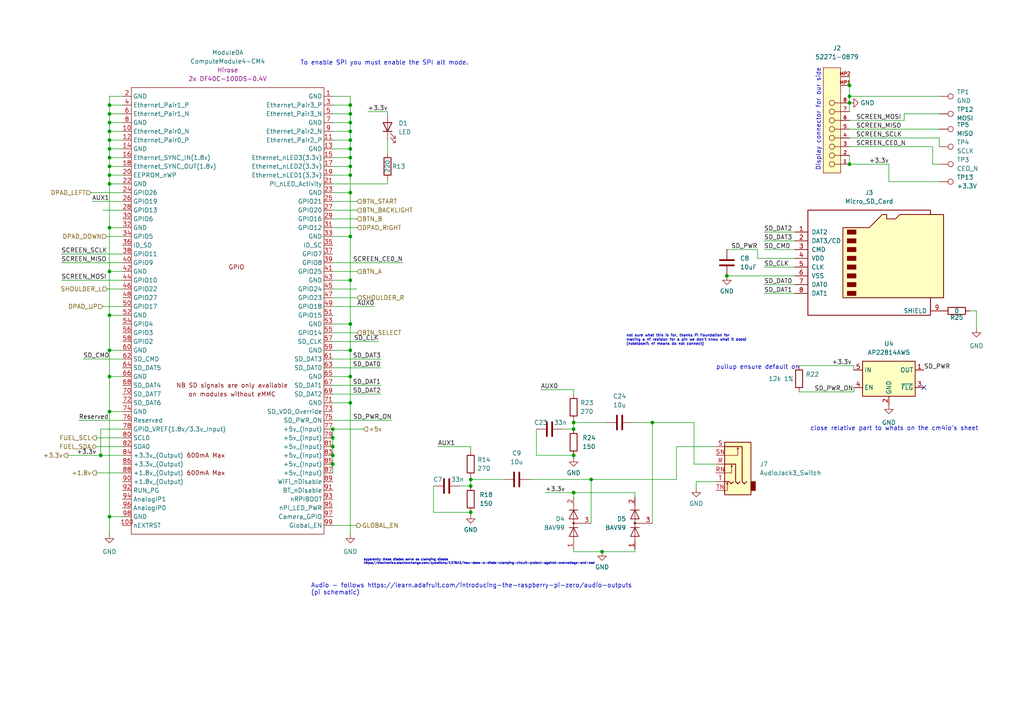
<source format=kicad_sch>
(kicad_sch (version 20210621) (generator eeschema)
  (paper "A4")
  (title_block (title "CM4 GPIO") (rev "indev"))
  (lib_symbols
    (symbol "CM4IO:ComputeModule4-CM4"
      (property "Reference" "Module" (at 113.03 -68.58 0))
      (property "Value" "ComputeModule4-CM4" (at 140.97 2.54 0))
      (property "Field4" "Hirose" (at 0 0 0))
      (property "Field5" "2x DF40C-100DS-0.4V" (at 0 -2.54 0))
      (symbol "ComputeModule4-CM4_1_0"
        (text "GPIO" (at 0 6.35 0) (effects (font (size 1.27 1.27))))
      )
      (symbol "ComputeModule4-CM4_1_1"
        (text "600mA Max" (at -8.89 -53.34 0) (effects (font (size 1.27 1.27))))
        (text "600mA Max" (at -8.89 -48.26 0) (effects (font (size 1.27 1.27))))
        (text "NB SD signals are only available" (at -1.27 -27.94 0) (effects (font (size 1.27 1.27))))
        (text "on modules without eMMC" (at -1.27 -30.48 0) (effects (font (size 1.27 1.27))))
        (rectangle (start -30.48 -71.12) (end 25.4 58.42))
        (pin power_in line (at 27.94 55.88 180) (length 2.54) (name "GND") (number "1"))
        (pin passive line (at -33.02 45.72 0) (length 2.54) (name "Ethernet_Pair0_N") (number "10"))
        (pin output line (at -33.02 -68.58 0) (length 2.54) (name "nEXTRST") (number "100"))
        (pin passive line (at 27.94 43.18 180) (length 2.54) (name "Ethernet_Pair2_P") (number "11"))
        (pin passive line (at -33.02 43.18 0) (length 2.54) (name "Ethernet_Pair0_P") (number "12"))
        (pin power_in line (at 27.94 40.64 180) (length 2.54) (name "GND") (number "13"))
        (pin power_in line (at -33.02 40.64 0) (length 2.54) (name "GND") (number "14"))
        (pin output line (at 27.94 38.1 180) (length 2.54) (name "Ethernet_nLED3(3.3v)") (number "15"))
        (pin input line (at -33.02 38.1 0) (length 2.54) (name "Ethernet_SYNC_IN(1.8v)") (number "16"))
        (pin output line (at 27.94 35.56 180) (length 2.54) (name "Ethernet_nLED2(3.3v)") (number "17"))
        (pin input line (at -33.02 35.56 0) (length 2.54) (name "Ethernet_SYNC_OUT(1.8v)") (number "18"))
        (pin output line (at 27.94 33.02 180) (length 2.54) (name "Ethernet_nLED1(3.3v)") (number "19"))
        (pin power_in line (at -33.02 55.88 0) (length 2.54) (name "GND") (number "2"))
        (pin passive line (at -33.02 33.02 0) (length 2.54) (name "EEPROM_nWP") (number "20"))
        (pin open_collector line (at 27.94 30.48 180) (length 2.54) (name "PI_nLED_Activity") (number "21"))
        (pin power_in line (at -33.02 30.48 0) (length 2.54) (name "GND") (number "22"))
        (pin power_in line (at 27.94 27.94 180) (length 2.54) (name "GND") (number "23"))
        (pin passive line (at -33.02 27.94 0) (length 2.54) (name "GPIO26") (number "24"))
        (pin passive line (at 27.94 25.4 180) (length 2.54) (name "GPIO21") (number "25"))
        (pin passive line (at -33.02 25.4 0) (length 2.54) (name "GPIO19") (number "26"))
        (pin passive line (at 27.94 22.86 180) (length 2.54) (name "GPIO20") (number "27"))
        (pin passive line (at -33.02 22.86 0) (length 2.54) (name "GPIO13") (number "28"))
        (pin passive line (at 27.94 20.32 180) (length 2.54) (name "GPIO16") (number "29"))
        (pin passive line (at 27.94 53.34 180) (length 2.54) (name "Ethernet_Pair3_P") (number "3"))
        (pin passive line (at -33.02 20.32 0) (length 2.54) (name "GPIO6") (number "30"))
        (pin passive line (at 27.94 17.78 180) (length 2.54) (name "GPIO12") (number "31"))
        (pin power_in line (at -33.02 17.78 0) (length 2.54) (name "GND") (number "32"))
        (pin power_in line (at 27.94 15.24 180) (length 2.54) (name "GND") (number "33"))
        (pin passive line (at -33.02 15.24 0) (length 2.54) (name "GPIO5") (number "34"))
        (pin passive line (at 27.94 12.7 180) (length 2.54) (name "ID_SC") (number "35"))
        (pin passive line (at -33.02 12.7 0) (length 2.54) (name "ID_SD") (number "36"))
        (pin passive line (at 27.94 10.16 180) (length 2.54) (name "GPIO7") (number "37"))
        (pin passive line (at -33.02 10.16 0) (length 2.54) (name "GPIO11") (number "38"))
        (pin passive line (at 27.94 7.62 180) (length 2.54) (name "GPIO8") (number "39"))
        (pin passive line (at -33.02 53.34 0) (length 2.54) (name "Ethernet_Pair1_P") (number "4"))
        (pin passive line (at -33.02 7.62 0) (length 2.54) (name "GPIO9") (number "40"))
        (pin passive line (at 27.94 5.08 180) (length 2.54) (name "GPIO25") (number "41"))
        (pin power_in line (at -33.02 5.08 0) (length 2.54) (name "GND") (number "42"))
        (pin power_in line (at 27.94 2.54 180) (length 2.54) (name "GND") (number "43"))
        (pin passive line (at -33.02 2.54 0) (length 2.54) (name "GPIO10") (number "44"))
        (pin passive line (at 27.94 0 180) (length 2.54) (name "GPIO24") (number "45"))
        (pin passive line (at -33.02 0 0) (length 2.54) (name "GPIO22") (number "46"))
        (pin passive line (at 27.94 -2.54 180) (length 2.54) (name "GPIO23") (number "47"))
        (pin passive line (at -33.02 -2.54 0) (length 2.54) (name "GPIO27") (number "48"))
        (pin passive line (at 27.94 -5.08 180) (length 2.54) (name "GPIO18") (number "49"))
        (pin passive line (at 27.94 50.8 180) (length 2.54) (name "Ethernet_Pair3_N") (number "5"))
        (pin passive line (at -33.02 -5.08 0) (length 2.54) (name "GPIO17") (number "50"))
        (pin passive line (at 27.94 -7.62 180) (length 2.54) (name "GPIO15") (number "51"))
        (pin power_in line (at -33.02 -7.62 0) (length 2.54) (name "GND") (number "52"))
        (pin power_in line (at 27.94 -10.16 180) (length 2.54) (name "GND") (number "53"))
        (pin passive line (at -33.02 -10.16 0) (length 2.54) (name "GPIO4") (number "54"))
        (pin passive line (at 27.94 -12.7 180) (length 2.54) (name "GPIO14") (number "55"))
        (pin passive line (at -33.02 -12.7 0) (length 2.54) (name "GPIO3") (number "56"))
        (pin passive line (at 27.94 -15.24 180) (length 2.54) (name "SD_CLK") (number "57"))
        (pin passive line (at -33.02 -15.24 0) (length 2.54) (name "GPIO2") (number "58"))
        (pin power_in line (at 27.94 -17.78 180) (length 2.54) (name "GND") (number "59"))
        (pin passive line (at -33.02 50.8 0) (length 2.54) (name "Ethernet_Pair1_N") (number "6"))
        (pin power_in line (at -33.02 -17.78 0) (length 2.54) (name "GND") (number "60"))
        (pin passive line (at 27.94 -20.32 180) (length 2.54) (name "SD_DAT3") (number "61"))
        (pin passive line (at -33.02 -20.32 0) (length 2.54) (name "SD_CMD") (number "62"))
        (pin passive line (at 27.94 -22.86 180) (length 2.54) (name "SD_DAT0") (number "63"))
        (pin passive line (at -33.02 -22.86 0) (length 2.54) (name "SD_DAT5") (number "64"))
        (pin power_in line (at 27.94 -25.4 180) (length 2.54) (name "GND") (number "65"))
        (pin power_in line (at -33.02 -25.4 0) (length 2.54) (name "GND") (number "66"))
        (pin passive line (at 27.94 -27.94 180) (length 2.54) (name "SD_DAT1") (number "67"))
        (pin passive line (at -33.02 -27.94 0) (length 2.54) (name "SD_DAT4") (number "68"))
        (pin passive line (at 27.94 -30.48 180) (length 2.54) (name "SD_DAT2") (number "69"))
        (pin power_in line (at 27.94 48.26 180) (length 2.54) (name "GND") (number "7"))
        (pin passive line (at -33.02 -30.48 0) (length 2.54) (name "SD_DAT7") (number "70"))
        (pin power_in line (at 27.94 -33.02 180) (length 2.54) (name "GND") (number "71"))
        (pin passive line (at -33.02 -33.02 0) (length 2.54) (name "SD_DAT6") (number "72"))
        (pin input line (at 27.94 -35.56 180) (length 2.54) (name "SD_VDD_Override") (number "73"))
        (pin power_in line (at -33.02 -35.56 0) (length 2.54) (name "GND") (number "74"))
        (pin output line (at 27.94 -38.1 180) (length 2.54) (name "SD_PWR_ON") (number "75"))
        (pin passive line (at -33.02 -38.1 0) (length 2.54) (name "Reserved") (number "76"))
        (pin power_in line (at 27.94 -40.64 180) (length 2.54) (name "+5v_(Input)") (number "77"))
        (pin power_in line (at -33.02 -40.64 0) (length 2.54) (name "GPIO_VREF(1.8v/3.3v_Input)") (number "78"))
        (pin power_in line (at 27.94 -43.18 180) (length 2.54) (name "+5v_(Input)") (number "79"))
        (pin power_in line (at -33.02 48.26 0) (length 2.54) (name "GND") (number "8"))
        (pin passive line (at -33.02 -43.18 0) (length 2.54) (name "SCL0") (number "80"))
        (pin power_in line (at 27.94 -45.72 180) (length 2.54) (name "+5v_(Input)") (number "81"))
        (pin passive line (at -33.02 -45.72 0) (length 2.54) (name "SDA0") (number "82"))
        (pin power_in line (at 27.94 -48.26 180) (length 2.54) (name "+5v_(Input)") (number "83"))
        (pin power_out line (at -33.02 -48.26 0) (length 2.54) (name "+3.3v_(Output)") (number "84"))
        (pin power_in line (at 27.94 -50.8 180) (length 2.54) (name "+5v_(Input)") (number "85"))
        (pin power_out line (at -33.02 -50.8 0) (length 2.54) (name "+3.3v_(Output)") (number "86"))
        (pin power_in line (at 27.94 -53.34 180) (length 2.54) (name "+5v_(Input)") (number "87"))
        (pin power_out line (at -33.02 -53.34 0) (length 2.54) (name "+1.8v_(Output)") (number "88"))
        (pin power_in line (at 27.94 -55.88 180) (length 2.54) (name "WiFi_nDisable") (number "89"))
        (pin passive line (at 27.94 45.72 180) (length 2.54) (name "Ethernet_Pair2_N") (number "9"))
        (pin power_out line (at -33.02 -55.88 0) (length 2.54) (name "+1.8v_(Output)") (number "90"))
        (pin power_in line (at 27.94 -58.42 180) (length 2.54) (name "BT_nDisable") (number "91"))
        (pin passive line (at -33.02 -58.42 0) (length 2.54) (name "RUN_PG") (number "92"))
        (pin input line (at 27.94 -60.96 180) (length 2.54) (name "nRPIBOOT") (number "93"))
        (pin passive line (at -33.02 -60.96 0) (length 2.54) (name "AnalogIP1") (number "94"))
        (pin output line (at 27.94 -63.5 180) (length 2.54) (name "nPI_LED_PWR") (number "95"))
        (pin passive line (at -33.02 -63.5 0) (length 2.54) (name "AnalogIP0") (number "96"))
        (pin passive line (at 27.94 -66.04 180) (length 2.54) (name "Camera_GPIO") (number "97"))
        (pin power_in line (at -33.02 -66.04 0) (length 2.54) (name "GND") (number "98"))
        (pin input line (at 27.94 -68.58 180) (length 2.54) (name "Global_EN") (number "99"))
      )
      (symbol "ComputeModule4-CM4_2_1"
        (text "High Speed Serial" (at 140.97 0 0) (effects (font (size 1.27 1.27))))
        (rectangle (start 114.3 -66.04) (end 165.1 63.5))
        (pin input line (at 170.18 60.96 180) (length 5.08) (name "USB_OTG_ID") (number "101"))
        (pin input line (at 109.22 60.96 0) (length 5.08) (name "PCIe_CLK_nREQ") (number "102"))
        (pin passive line (at 170.18 58.42 180) (length 5.08) (name "USB2_N") (number "103"))
        (pin passive line (at 109.22 58.42 0) (length 5.08) (name "Reserved") (number "104"))
        (pin passive line (at 170.18 55.88 180) (length 5.08) (name "USB2_P") (number "105"))
        (pin passive line (at 109.22 55.88 0) (length 5.08) (name "Reserved") (number "106"))
        (pin power_in line (at 170.18 53.34 180) (length 5.08) (name "GND") (number "107"))
        (pin power_in line (at 109.22 53.34 0) (length 5.08) (name "GND") (number "108"))
        (pin bidirectional line (at 170.18 50.8 180) (length 5.08) (name "PCIe_nRST") (number "109"))
        (pin output line (at 109.22 50.8 0) (length 5.08) (name "PCIe_CLK_P") (number "110"))
        (pin passive line (at 170.18 48.26 180) (length 5.08) (name "VDAC_COMP") (number "111"))
        (pin output line (at 109.22 48.26 0) (length 5.08) (name "PCIe_CLK_N") (number "112"))
        (pin power_in line (at 170.18 45.72 180) (length 5.08) (name "GND") (number "113"))
        (pin power_in line (at 109.22 45.72 0) (length 5.08) (name "GND") (number "114"))
        (pin input line (at 170.18 43.18 180) (length 5.08) (name "CAM1_D0_N") (number "115"))
        (pin input line (at 109.22 43.18 0) (length 5.08) (name "PCIe_RX_P") (number "116"))
        (pin input line (at 170.18 40.64 180) (length 5.08) (name "CAM1_D0_P") (number "117"))
        (pin input line (at 109.22 40.64 0) (length 5.08) (name "PCIe_RX_N") (number "118"))
        (pin power_in line (at 170.18 38.1 180) (length 5.08) (name "GND") (number "119"))
        (pin power_in line (at 109.22 38.1 0) (length 5.08) (name "GND") (number "120"))
        (pin input line (at 170.18 35.56 180) (length 5.08) (name "CAM1_D1_N") (number "121"))
        (pin output line (at 109.22 35.56 0) (length 5.08) (name "PCIe_TX_P") (number "122"))
        (pin input line (at 170.18 33.02 180) (length 5.08) (name "CAM1_D1_P") (number "123"))
        (pin output line (at 109.22 33.02 0) (length 5.08) (name "PCIe_TX_N") (number "124"))
        (pin power_in line (at 170.18 30.48 180) (length 5.08) (name "GND") (number "125"))
        (pin power_in line (at 109.22 30.48 0) (length 5.08) (name "GND") (number "126"))
        (pin input line (at 170.18 27.94 180) (length 5.08) (name "CAM1_C_N") (number "127"))
        (pin input line (at 109.22 27.94 0) (length 5.08) (name "CAM0_D0_N") (number "128"))
        (pin input line (at 170.18 25.4 180) (length 5.08) (name "CAM1_C_P") (number "129"))
        (pin input line (at 109.22 25.4 0) (length 5.08) (name "CAM0_D0_P") (number "130"))
        (pin power_in line (at 170.18 22.86 180) (length 5.08) (name "GND") (number "131"))
        (pin power_in line (at 109.22 22.86 0) (length 5.08) (name "GND") (number "132"))
        (pin input line (at 170.18 20.32 180) (length 5.08) (name "CAM1_D2_N") (number "133"))
        (pin input line (at 109.22 20.32 0) (length 5.08) (name "CAM0_D1_N") (number "134"))
        (pin input line (at 170.18 17.78 180) (length 5.08) (name "CAM1_D2_P") (number "135"))
        (pin input line (at 109.22 17.78 0) (length 5.08) (name "CAM0_D1_P") (number "136"))
        (pin power_in line (at 170.18 15.24 180) (length 5.08) (name "GND") (number "137"))
        (pin power_in line (at 109.22 15.24 0) (length 5.08) (name "GND") (number "138"))
        (pin input line (at 170.18 12.7 180) (length 5.08) (name "CAM1_D3_N") (number "139"))
        (pin input line (at 109.22 12.7 0) (length 5.08) (name "CAM0_C_N") (number "140"))
        (pin input line (at 170.18 10.16 180) (length 5.08) (name "CAM1_D3_P") (number "141"))
        (pin input line (at 109.22 10.16 0) (length 5.08) (name "CAM0_C_P") (number "142"))
        (pin input line (at 170.18 7.62 180) (length 5.08) (name "HDMI1_HOTPLUG") (number "143"))
        (pin power_in line (at 109.22 7.62 0) (length 5.08) (name "GND") (number "144"))
        (pin bidirectional line (at 170.18 5.08 180) (length 5.08) (name "HDMI1_SDA") (number "145"))
        (pin output line (at 109.22 5.08 0) (length 5.08) (name "HDMI1_TX2_P") (number "146"))
        (pin open_collector line (at 170.18 2.54 180) (length 5.08) (name "HDMI1_SCL") (number "147"))
        (pin output line (at 109.22 2.54 0) (length 5.08) (name "HDMI1_TX2_N") (number "148"))
        (pin open_collector line (at 170.18 0 180) (length 5.08) (name "HDMI1_CEC") (number "149"))
        (pin power_in line (at 109.22 0 0) (length 5.08) (name "GND") (number "150"))
        (pin open_collector line (at 170.18 -2.54 180) (length 5.08) (name "HDMI0_CEC") (number "151"))
        (pin output line (at 109.22 -2.54 0) (length 5.08) (name "HDMI1_TX1_P") (number "152"))
        (pin input line (at 170.18 -5.08 180) (length 5.08) (name "HDMI0_HOTPLUG") (number "153"))
        (pin output line (at 109.22 -5.08 0) (length 5.08) (name "HDMI1_TX1_N") (number "154"))
        (pin power_in line (at 170.18 -7.62 180) (length 5.08) (name "GND") (number "155"))
        (pin power_in line (at 109.22 -7.62 0) (length 5.08) (name "GND") (number "156"))
        (pin output line (at 170.18 -10.16 180) (length 5.08) (name "DSI0_D0_N") (number "157"))
        (pin output line (at 109.22 -10.16 0) (length 5.08) (name "HDMI1_TX0_P") (number "158"))
        (pin output line (at 170.18 -12.7 180) (length 5.08) (name "DSI0_D0_P") (number "159"))
        (pin output line (at 109.22 -12.7 0) (length 5.08) (name "HDMI1_TX0_N") (number "160"))
        (pin power_in line (at 170.18 -15.24 180) (length 5.08) (name "GND") (number "161"))
        (pin power_in line (at 109.22 -15.24 0) (length 5.08) (name "GND") (number "162"))
        (pin output line (at 170.18 -17.78 180) (length 5.08) (name "DSI0_D1_N") (number "163"))
        (pin output line (at 109.22 -17.78 0) (length 5.08) (name "HDMI1_CLK_P") (number "164"))
        (pin output line (at 170.18 -20.32 180) (length 5.08) (name "DSI0_D1_P") (number "165"))
        (pin output line (at 109.22 -20.32 0) (length 5.08) (name "HDMI1_CLK_N") (number "166"))
        (pin power_in line (at 170.18 -22.86 180) (length 5.08) (name "GND") (number "167"))
        (pin power_in line (at 109.22 -22.86 0) (length 5.08) (name "GND") (number "168"))
        (pin output line (at 170.18 -25.4 180) (length 5.08) (name "DSI0_C_N") (number "169"))
        (pin output line (at 109.22 -25.4 0) (length 5.08) (name "HDMI0_TX2_P") (number "170"))
        (pin output line (at 170.18 -27.94 180) (length 5.08) (name "DSI0_C_P") (number "171"))
        (pin output line (at 109.22 -27.94 0) (length 5.08) (name "HDMI0_TX2_N") (number "172"))
        (pin power_in line (at 170.18 -30.48 180) (length 5.08) (name "GND") (number "173"))
        (pin power_in line (at 109.22 -30.48 0) (length 5.08) (name "GND") (number "174"))
        (pin output line (at 170.18 -33.02 180) (length 5.08) (name "DSI1_D0_N") (number "175"))
        (pin output line (at 109.22 -33.02 0) (length 5.08) (name "HDMI0_TX1_P") (number "176"))
        (pin output line (at 170.18 -35.56 180) (length 5.08) (name "DSI1_D0_P") (number "177"))
        (pin output line (at 109.22 -35.56 0) (length 5.08) (name "HDMI0_TX1_N") (number "178"))
        (pin power_in line (at 170.18 -38.1 180) (length 5.08) (name "GND") (number "179"))
        (pin power_in line (at 109.22 -38.1 0) (length 5.08) (name "GND") (number "180"))
        (pin output line (at 170.18 -40.64 180) (length 5.08) (name "DSI1_D1_N") (number "181"))
        (pin output line (at 109.22 -40.64 0) (length 5.08) (name "HDMI0_TX0_P") (number "182"))
        (pin output line (at 170.18 -43.18 180) (length 5.08) (name "DSI1_D1_P") (number "183"))
        (pin output line (at 109.22 -43.18 0) (length 5.08) (name "HDMI0_TX0_N") (number "184"))
        (pin power_in line (at 170.18 -45.72 180) (length 5.08) (name "GND") (number "185"))
        (pin power_in line (at 109.22 -45.72 0) (length 5.08) (name "GND") (number "186"))
        (pin output line (at 170.18 -48.26 180) (length 5.08) (name "DSI1_C_N") (number "187"))
        (pin output line (at 109.22 -48.26 0) (length 5.08) (name "HDMI0_CLK_P") (number "188"))
        (pin output line (at 170.18 -50.8 180) (length 5.08) (name "DSI1_C_P") (number "189"))
        (pin output line (at 109.22 -50.8 0) (length 5.08) (name "HDMI0_CLK_N") (number "190"))
        (pin power_in line (at 170.18 -53.34 180) (length 5.08) (name "GND") (number "191"))
        (pin power_in line (at 109.22 -53.34 0) (length 5.08) (name "GND") (number "192"))
        (pin output line (at 170.18 -55.88 180) (length 5.08) (name "DSI1_D2_N") (number "193"))
        (pin output line (at 109.22 -55.88 0) (length 5.08) (name "DSI1_D3_N") (number "194"))
        (pin output line (at 170.18 -58.42 180) (length 5.08) (name "DSI1_D2_P") (number "195"))
        (pin output line (at 109.22 -58.42 0) (length 5.08) (name "DSI1_D3_P") (number "196"))
        (pin power_in line (at 170.18 -60.96 180) (length 5.08) (name "GND") (number "197"))
        (pin power_in line (at 109.22 -60.96 0) (length 5.08) (name "GND") (number "198"))
        (pin bidirectional line (at 170.18 -63.5 180) (length 5.08) (name "HDMI0_SDA") (number "199"))
        (pin open_collector line (at 109.22 -63.5 0) (length 5.08) (name "HDMI0_SCL") (number "200"))
      )
    )
    (symbol "Connector:AudioJack3_Switch"
      (property "Reference" "J" (at 0 11.43 0))
      (property "Value" "AudioJack3_Switch" (at 0 8.89 0))
      (symbol "AudioJack3_Switch_0_1"
        (rectangle (start -5.08 -5.08) (end -6.35 -7.62) (stroke (width 0.254)) (fill (type outline)))
        (rectangle (start 2.54 6.35) (end -5.08 -8.89) (stroke (width 0.254)) (fill (type background)))
        (polyline (pts (xy -1.27 4.826) (xy -1.016 4.318)))
        (polyline (pts (xy 0.508 -0.254) (xy 0.762 -0.762)))
        (polyline (pts (xy 1.778 -5.334) (xy 2.032 -5.842)))
        (polyline (pts (xy 0 -5.08) (xy 0.635 -5.715) (xy 1.27 -5.08) (xy 2.54 -5.08)) (stroke (width 0.254)))
        (polyline (pts (xy 2.54 -7.62) (xy 1.778 -7.62) (xy 1.778 -5.334) (xy 1.524 -5.842)))
        (polyline (pts (xy 2.54 -2.54) (xy 0.508 -2.54) (xy 0.508 -0.254) (xy 0.254 -0.762)))
        (polyline (pts (xy 2.54 2.54) (xy -1.27 2.54) (xy -1.27 4.826) (xy -1.524 4.318)))
        (polyline (pts (xy -1.905 -5.08) (xy -1.27 -5.715) (xy -0.635 -5.08) (xy -0.635 0) (xy 2.54 0)) (stroke (width 0.254)))
        (polyline (pts (xy 2.54 5.08) (xy -2.54 5.08) (xy -2.54 -5.08) (xy -3.175 -5.715) (xy -3.81 -5.08)) (stroke (width 0.254)))
      )
      (symbol "AudioJack3_Switch_1_1"
        (pin passive line (at 5.08 0 180) (length 2.54) (name "~") (number "R"))
        (pin passive line (at 5.08 -2.54 180) (length 2.54) (name "~") (number "RN"))
        (pin passive line (at 5.08 5.08 180) (length 2.54) (name "~") (number "S"))
        (pin passive line (at 5.08 2.54 180) (length 2.54) (name "~") (number "SN"))
        (pin passive line (at 5.08 -5.08 180) (length 2.54) (name "~") (number "T"))
        (pin passive line (at 5.08 -7.62 180) (length 2.54) (name "~") (number "TN"))
      )
    )
    (symbol "Connector:Micro_SD_Card" (pin_names (offset 1.016))
      (property "Reference" "J" (at -16.51 15.24 0))
      (property "Value" "Micro_SD_Card" (at 16.51 15.24 0))
      (symbol "Micro_SD_Card_0_1"
        (rectangle (start -7.62 -9.525) (end -5.08 -10.795) (fill (type outline)))
        (rectangle (start -7.62 -6.985) (end -5.08 -8.255) (fill (type outline)))
        (rectangle (start -7.62 -4.445) (end -5.08 -5.715) (fill (type outline)))
        (rectangle (start -7.62 -1.905) (end -5.08 -3.175) (fill (type outline)))
        (rectangle (start -7.62 0.635) (end -5.08 -0.635) (fill (type outline)))
        (rectangle (start -7.62 3.175) (end -5.08 1.905) (fill (type outline)))
        (rectangle (start -7.62 5.715) (end -5.08 4.445) (fill (type outline)))
        (rectangle (start -7.62 8.255) (end -5.08 6.985) (fill (type outline)))
        (polyline (pts (xy 16.51 12.7) (xy 16.51 13.97) (xy -19.05 13.97) (xy -19.05 -16.51) (xy 16.51 -16.51) (xy 16.51 -11.43)) (stroke (width 0.254)))
        (polyline (pts (xy -8.89 -11.43) (xy -8.89 8.89) (xy -1.27 8.89) (xy 2.54 12.7) (xy 3.81 12.7) (xy 3.81 11.43) (xy 6.35 11.43) (xy 7.62 12.7) (xy 20.32 12.7) (xy 20.32 -11.43) (xy -8.89 -11.43)) (stroke (width 0.254)) (fill (type background)))
      )
      (symbol "Micro_SD_Card_1_1"
        (pin bidirectional line (at -22.86 7.62 0) (length 3.81) (name "DAT2") (number "1"))
        (pin bidirectional line (at -22.86 5.08 0) (length 3.81) (name "DAT3/CD") (number "2"))
        (pin input line (at -22.86 2.54 0) (length 3.81) (name "CMD") (number "3"))
        (pin power_in line (at -22.86 0 0) (length 3.81) (name "VDD") (number "4"))
        (pin input line (at -22.86 -2.54 0) (length 3.81) (name "CLK") (number "5"))
        (pin power_in line (at -22.86 -5.08 0) (length 3.81) (name "VSS") (number "6"))
        (pin bidirectional line (at -22.86 -7.62 0) (length 3.81) (name "DAT0") (number "7"))
        (pin bidirectional line (at -22.86 -10.16 0) (length 3.81) (name "DAT1") (number "8"))
        (pin passive line (at 20.32 -15.24 180) (length 3.81) (name "SHIELD") (number "9"))
      )
    )
    (symbol "Connector:TestPoint" (pin_numbers hide) (pin_names (offset 0.762) hide)
      (property "Reference" "TP" (at 0 6.858 0))
      (property "Value" "TestPoint" (at 0 5.08 0))
      (symbol "TestPoint_0_1"
        (circle (center 0 3.302) (radius 0.762))
      )
      (symbol "TestPoint_1_1"
        (pin passive line (at 0 0 90) (length 2.54) (name "1") (number "1"))
      )
    )
    (symbol "Device:C" (pin_numbers hide) (pin_names (offset 0.254))
      (property "Reference" "C" (at 0.635 2.54 0))
      (property "Value" "C" (at 0.635 -2.54 0))
      (symbol "C_0_1"
        (polyline (pts (xy -2.032 -0.762) (xy 2.032 -0.762)) (stroke (width 0.508)))
        (polyline (pts (xy -2.032 0.762) (xy 2.032 0.762)) (stroke (width 0.508)))
      )
      (symbol "C_1_1"
        (pin passive line (at 0 3.81 270) (length 2.794) (name "~") (number "1"))
        (pin passive line (at 0 -3.81 90) (length 2.794) (name "~") (number "2"))
      )
    )
    (symbol "Device:LED" (pin_numbers hide) (pin_names (offset 1.016) hide)
      (property "Reference" "D" (at 0 2.54 0))
      (property "Value" "LED" (at 0 -2.54 0))
      (symbol "LED_0_1"
        (polyline (pts (xy -1.27 -1.27) (xy -1.27 1.27)) (stroke (width 0.254)))
        (polyline (pts (xy -1.27 0) (xy 1.27 0)))
        (polyline (pts (xy 1.27 -1.27) (xy 1.27 1.27) (xy -1.27 0) (xy 1.27 -1.27)) (stroke (width 0.254)))
        (polyline (pts (xy -3.048 -0.762) (xy -4.572 -2.286) (xy -3.81 -2.286) (xy -4.572 -2.286) (xy -4.572 -1.524)))
        (polyline (pts (xy -1.778 -0.762) (xy -3.302 -2.286) (xy -2.54 -2.286) (xy -3.302 -2.286) (xy -3.302 -1.524)))
      )
      (symbol "LED_1_1"
        (pin passive line (at -3.81 0 0) (length 2.54) (name "K") (number "1"))
        (pin passive line (at 3.81 0 180) (length 2.54) (name "A") (number "2"))
      )
    )
    (symbol "Device:R" (pin_numbers hide) (pin_names (offset 0))
      (property "Reference" "R" (at 2.032 0 90))
      (property "Value" "R" (at 0 0 90))
      (symbol "R_0_1"
        (rectangle (start -1.016 -2.54) (end 1.016 2.54) (stroke (width 0.254)))
      )
      (symbol "R_1_1"
        (pin passive line (at 0 3.81 270) (length 1.27) (name "~") (number "1"))
        (pin passive line (at 0 -3.81 90) (length 1.27) (name "~") (number "2"))
      )
    )
    (symbol "Diode:BAV99" (pin_names hide)
      (property "Reference" "D" (at 0 5.08 0))
      (property "Value" "BAV99" (at 0 2.54 0))
      (symbol "BAV99_0_1"
        (polyline (pts (xy -5.08 0) (xy 5.08 0)))
      )
      (symbol "BAV99_1_1"
        (circle (center 0 0) (radius 0.254) (fill (type outline)))
        (polyline (pts (xy 0 0) (xy 0 -2.54)))
        (polyline (pts (xy -1.27 -1.27) (xy -1.27 1.27) (xy -1.27 1.27)) (stroke (width 0.2032)))
        (polyline (pts (xy 3.81 1.27) (xy 3.81 -1.27) (xy 3.81 -1.27)) (stroke (width 0.2032)))
        (polyline (pts (xy -3.81 1.27) (xy -1.27 0) (xy -3.81 -1.27) (xy -3.81 1.27) (xy -3.81 1.27) (xy -3.81 1.27)) (stroke (width 0.2032)))
        (polyline (pts (xy 1.27 1.27) (xy 3.81 0) (xy 1.27 -1.27) (xy 1.27 1.27) (xy 1.27 1.27) (xy 1.27 1.27)) (stroke (width 0.2032)))
        (pin passive line (at -7.62 0 0) (length 2.54) (name "K") (number "1"))
        (pin passive line (at 7.62 0 180) (length 2.54) (name "A") (number "2"))
        (pin passive line (at 0 -5.08 90) (length 2.54) (name "K") (number "3"))
      )
    )
    (symbol "MOLEXZIF:52271-0879" (pin_names (offset 0))
      (property "Reference" "J" (at 0 12.7 0))
      (property "Value" "52271-0879" (at 0 15.24 0))
      (symbol "52271-0879_1_1"
        (circle (center 0 7.62) (radius 0.762))
        (circle (center 2.54 7.62) (radius 0.762))
        (circle (center 5.08 7.62) (radius 0.762))
        (circle (center 7.62 7.62) (radius 0.762))
        (circle (center 10.16 7.62) (radius 0.762))
        (circle (center 12.7 7.62) (radius 0.762))
        (circle (center 15.24 7.62) (radius 0.762))
        (circle (center 17.78 7.62) (radius 0.762))
        (rectangle (start -2.54 10.16) (end 27.94 5.08) (fill (type background)))
        (polyline (pts (xy 0 5.08) (xy 0 6.858)))
        (polyline (pts (xy 2.54 5.08) (xy 2.54 6.858)))
        (polyline (pts (xy 5.08 5.08) (xy 5.08 6.858)))
        (polyline (pts (xy 7.62 5.08) (xy 7.62 6.858)))
        (polyline (pts (xy 10.16 5.08) (xy 10.16 6.858)))
        (polyline (pts (xy 12.7 5.08) (xy 12.7 6.858)))
        (polyline (pts (xy 15.24 5.08) (xy 15.24 6.858)))
        (polyline (pts (xy 17.78 5.08) (xy 17.78 6.858)))
        (pin passive line (at 0 2.54 90) (length 2.54) (name "1") (number "1"))
        (pin passive line (at 2.54 2.54 90) (length 2.54) (name "2") (number "2"))
        (pin passive line (at 5.08 2.54 90) (length 2.54) (name "3") (number "3"))
        (pin passive line (at 7.62 2.54 90) (length 2.54) (name "4") (number "4"))
        (pin passive line (at 10.16 2.54 90) (length 2.54) (name "5") (number "5"))
        (pin passive line (at 12.7 2.54 90) (length 2.54) (name "6") (number "6"))
        (pin passive line (at 15.24 2.54 90) (length 2.54) (name "7") (number "7"))
        (pin passive line (at 17.78 2.54 90) (length 2.54) (name "8") (number "8"))
        (pin passive line (at 22.86 2.54 90) (length 2.54) (name "MP1") (number "MP1"))
        (pin passive line (at 25.4 2.54 90) (length 2.54) (name "MP2") (number "MP2"))
      )
    )
    (symbol "Power_Management:AP22814AW5"
      (property "Reference" "U" (at -7.62 -6.35 0))
      (property "Value" "AP22814AW5" (at -7.62 6.35 0))
      (symbol "AP22814AW5_0_1"
        (rectangle (start -7.62 5.08) (end 7.62 -5.08) (stroke (width 0.254)) (fill (type background)))
      )
      (symbol "AP22814AW5_1_1"
        (pin power_out line (at 10.16 2.54 180) (length 2.54) (name "OUT") (number "1"))
        (pin power_in line (at 0 -7.62 90) (length 2.54) (name "GND") (number "2"))
        (pin open_collector line (at 10.16 -2.54 180) (length 2.54) (name "~{FLG}") (number "3"))
        (pin input line (at -10.16 -2.54 0) (length 2.54) (name "EN") (number "4"))
        (pin power_in line (at -10.16 2.54 0) (length 2.54) (name "IN") (number "5"))
      )
    )
    (symbol "power:GND" (power) (pin_names (offset 0))
      (property "Value" "GND" (at 0 -3.81 0))
      (symbol "GND_0_1"
        (polyline (pts (xy 0 0) (xy 0 -1.27) (xy 1.27 -1.27) (xy 0 -2.54) (xy -1.27 -1.27) (xy 0 -1.27)))
      )
      (symbol "GND_1_1"
        (pin power_in line (at 0 0 270) (length 0) hide (name "GND") (number "1"))
      )
    )
  )
  (junction (at 29.21 132.08) (diameter 0.9144))
  (junction (at 31.75 30.48) (diameter 0.9144))
  (junction (at 31.75 33.02) (diameter 0.9144))
  (junction (at 31.75 35.56) (diameter 0.9144))
  (junction (at 31.75 38.1) (diameter 0.9144))
  (junction (at 31.75 40.64) (diameter 0.9144))
  (junction (at 31.75 43.18) (diameter 0.9144))
  (junction (at 31.75 45.72) (diameter 0.9144))
  (junction (at 31.75 48.26) (diameter 0.9144))
  (junction (at 31.75 50.8) (diameter 0.9144))
  (junction (at 31.75 53.34) (diameter 0.9144))
  (junction (at 31.75 66.04) (diameter 0.9144))
  (junction (at 31.75 78.74) (diameter 0.9144))
  (junction (at 31.75 91.44) (diameter 0.9144))
  (junction (at 31.75 101.6) (diameter 0.9144))
  (junction (at 31.75 109.22) (diameter 0.9144))
  (junction (at 31.75 119.38) (diameter 0.9144))
  (junction (at 31.75 149.86) (diameter 0.9144))
  (junction (at 96.52 124.46) (diameter 0.9144))
  (junction (at 96.52 127) (diameter 0.9144))
  (junction (at 96.52 129.54) (diameter 0.9144))
  (junction (at 96.52 132.08) (diameter 0.9144))
  (junction (at 96.52 134.62) (diameter 0.9144))
  (junction (at 101.6 30.48) (diameter 0.9144))
  (junction (at 101.6 33.02) (diameter 0.9144))
  (junction (at 101.6 35.56) (diameter 0.9144))
  (junction (at 101.6 38.1) (diameter 0.9144))
  (junction (at 101.6 40.64) (diameter 0.9144))
  (junction (at 101.6 43.18) (diameter 0.9144))
  (junction (at 101.6 45.72) (diameter 0.9144))
  (junction (at 101.6 48.26) (diameter 0.9144))
  (junction (at 101.6 50.8) (diameter 0.9144))
  (junction (at 101.6 55.88) (diameter 0.9144))
  (junction (at 101.6 68.58) (diameter 0.9144))
  (junction (at 101.6 81.28) (diameter 0.9144))
  (junction (at 101.6 93.98) (diameter 0.9144))
  (junction (at 101.6 101.6) (diameter 0.9144))
  (junction (at 101.6 109.22) (diameter 0.9144))
  (junction (at 101.6 116.84) (diameter 0.9144))
  (junction (at 136.525 139.065) (diameter 0.9144))
  (junction (at 136.525 140.97) (diameter 0.9144))
  (junction (at 136.525 148.59) (diameter 0.9144))
  (junction (at 166.37 122.555) (diameter 0.9144))
  (junction (at 166.37 124.46) (diameter 0.9144))
  (junction (at 166.37 132.08) (diameter 0.9144))
  (junction (at 166.37 142.875) (diameter 0.9144))
  (junction (at 171.45 139.065) (diameter 0.9144))
  (junction (at 174.625 160.02) (diameter 0.9144))
  (junction (at 189.23 122.555) (diameter 0.9144))
  (junction (at 210.82 80.01) (diameter 0.9144))
  (junction (at 246.38 24.765) (diameter 0.9144))
  (junction (at 246.38 27.94) (diameter 0.9144))
  (junction (at 246.38 29.845) (diameter 0.9144))
  (junction (at 246.38 47.625) (diameter 0.9144))
  (no_connect (at 267.97 112.395))
  (wire (pts (xy 17.78 73.66) (xy 35.56 73.66)))
  (wire (pts (xy 17.78 76.2) (xy 35.56 76.2)))
  (wire (pts (xy 17.78 81.28) (xy 35.56 81.28)))
  (wire (pts (xy 19.685 132.08) (xy 29.21 132.08)))
  (wire (pts (xy 22.86 121.92) (xy 35.56 121.92)))
  (wire (pts (xy 24.13 104.14) (xy 35.56 104.14)))
  (wire (pts (xy 26.416 55.88) (xy 35.56 55.88)))
  (wire (pts (xy 26.67 58.42) (xy 35.56 58.42)))
  (wire (pts (xy 27.94 127) (xy 35.56 127)))
  (wire (pts (xy 27.94 129.54) (xy 35.56 129.54)))
  (wire (pts (xy 27.94 137.16) (xy 35.56 137.16)))
  (wire (pts (xy 29.21 124.46) (xy 29.21 132.08)))
  (wire (pts (xy 29.21 124.46) (xy 35.56 124.46)))
  (wire (pts (xy 29.21 132.08) (xy 35.56 132.08)))
  (wire (pts (xy 29.845 60.96) (xy 35.56 60.96)))
  (wire (pts (xy 29.845 88.9) (xy 35.56 88.9)))
  (wire (pts (xy 30.988 68.58) (xy 35.56 68.58)))
  (wire (pts (xy 31.115 83.82) (xy 35.56 83.82)))
  (wire (pts (xy 31.75 27.94) (xy 31.75 30.48)))
  (wire (pts (xy 31.75 30.48) (xy 31.75 33.02)))
  (wire (pts (xy 31.75 30.48) (xy 35.56 30.48)))
  (wire (pts (xy 31.75 33.02) (xy 31.75 35.56)))
  (wire (pts (xy 31.75 33.02) (xy 35.56 33.02)))
  (wire (pts (xy 31.75 35.56) (xy 31.75 38.1)))
  (wire (pts (xy 31.75 35.56) (xy 35.56 35.56)))
  (wire (pts (xy 31.75 38.1) (xy 31.75 40.64)))
  (wire (pts (xy 31.75 38.1) (xy 35.56 38.1)))
  (wire (pts (xy 31.75 40.64) (xy 31.75 43.18)))
  (wire (pts (xy 31.75 40.64) (xy 35.56 40.64)))
  (wire (pts (xy 31.75 43.18) (xy 31.75 45.72)))
  (wire (pts (xy 31.75 43.18) (xy 35.56 43.18)))
  (wire (pts (xy 31.75 45.72) (xy 31.75 48.26)))
  (wire (pts (xy 31.75 48.26) (xy 31.75 50.8)))
  (wire (pts (xy 31.75 48.26) (xy 35.56 48.26)))
  (wire (pts (xy 31.75 50.8) (xy 31.75 53.34)))
  (wire (pts (xy 31.75 50.8) (xy 35.56 50.8)))
  (wire (pts (xy 31.75 53.34) (xy 31.75 66.04)))
  (wire (pts (xy 31.75 53.34) (xy 35.56 53.34)))
  (wire (pts (xy 31.75 66.04) (xy 31.75 78.74)))
  (wire (pts (xy 31.75 66.04) (xy 35.56 66.04)))
  (wire (pts (xy 31.75 78.74) (xy 31.75 91.44)))
  (wire (pts (xy 31.75 78.74) (xy 35.56 78.74)))
  (wire (pts (xy 31.75 91.44) (xy 31.75 101.6)))
  (wire (pts (xy 31.75 91.44) (xy 35.56 91.44)))
  (wire (pts (xy 31.75 101.6) (xy 31.75 109.22)))
  (wire (pts (xy 31.75 101.6) (xy 35.56 101.6)))
  (wire (pts (xy 31.75 109.22) (xy 31.75 119.38)))
  (wire (pts (xy 31.75 109.22) (xy 35.56 109.22)))
  (wire (pts (xy 31.75 119.38) (xy 31.75 149.86)))
  (wire (pts (xy 31.75 119.38) (xy 35.56 119.38)))
  (wire (pts (xy 31.75 149.86) (xy 31.75 154.94)))
  (wire (pts (xy 31.75 149.86) (xy 35.56 149.86)))
  (wire (pts (xy 35.56 27.94) (xy 31.75 27.94)))
  (wire (pts (xy 35.56 45.72) (xy 31.75 45.72)))
  (wire (pts (xy 96.52 27.94) (xy 101.6 27.94)))
  (wire (pts (xy 96.52 30.48) (xy 101.6 30.48)))
  (wire (pts (xy 96.52 33.02) (xy 101.6 33.02)))
  (wire (pts (xy 96.52 35.56) (xy 101.6 35.56)))
  (wire (pts (xy 96.52 38.1) (xy 101.6 38.1)))
  (wire (pts (xy 96.52 40.64) (xy 101.6 40.64)))
  (wire (pts (xy 96.52 43.18) (xy 101.6 43.18)))
  (wire (pts (xy 96.52 45.72) (xy 101.6 45.72)))
  (wire (pts (xy 96.52 48.26) (xy 101.6 48.26)))
  (wire (pts (xy 96.52 50.8) (xy 101.6 50.8)))
  (wire (pts (xy 96.52 53.34) (xy 112.395 53.34)))
  (wire (pts (xy 96.52 55.88) (xy 101.6 55.88)))
  (wire (pts (xy 96.52 58.42) (xy 103.505 58.42)))
  (wire (pts (xy 96.52 60.96) (xy 103.505 60.96)))
  (wire (pts (xy 96.52 63.5) (xy 103.505 63.5)))
  (wire (pts (xy 96.52 66.04) (xy 103.505 66.04)))
  (wire (pts (xy 96.52 68.58) (xy 101.6 68.58)))
  (wire (pts (xy 96.52 76.2) (xy 116.84 76.2)))
  (wire (pts (xy 96.52 78.74) (xy 103.505 78.74)))
  (wire (pts (xy 96.52 81.28) (xy 101.6 81.28)))
  (wire (pts (xy 96.52 83.82) (xy 103.505 83.82)))
  (wire (pts (xy 96.52 86.36) (xy 103.505 86.36)))
  (wire (pts (xy 96.52 88.9) (xy 108.585 88.9)))
  (wire (pts (xy 96.52 93.98) (xy 101.6 93.98)))
  (wire (pts (xy 96.52 96.52) (xy 103.505 96.52)))
  (wire (pts (xy 96.52 99.06) (xy 109.855 99.06)))
  (wire (pts (xy 96.52 101.6) (xy 101.6 101.6)))
  (wire (pts (xy 96.52 104.14) (xy 110.49 104.14)))
  (wire (pts (xy 96.52 106.68) (xy 110.49 106.68)))
  (wire (pts (xy 96.52 109.22) (xy 101.6 109.22)))
  (wire (pts (xy 96.52 111.76) (xy 110.49 111.76)))
  (wire (pts (xy 96.52 114.3) (xy 110.49 114.3)))
  (wire (pts (xy 96.52 116.84) (xy 101.6 116.84)))
  (wire (pts (xy 96.52 121.92) (xy 113.665 121.92)))
  (wire (pts (xy 96.52 124.46) (xy 96.52 127)))
  (wire (pts (xy 96.52 127) (xy 96.52 129.54)))
  (wire (pts (xy 96.52 129.54) (xy 96.52 132.08)))
  (wire (pts (xy 96.52 132.08) (xy 96.52 134.62)))
  (wire (pts (xy 96.52 134.62) (xy 96.52 137.16)))
  (wire (pts (xy 96.52 152.4) (xy 103.505 152.4)))
  (wire (pts (xy 101.6 27.94) (xy 101.6 30.48)))
  (wire (pts (xy 101.6 30.48) (xy 101.6 33.02)))
  (wire (pts (xy 101.6 33.02) (xy 101.6 35.56)))
  (wire (pts (xy 101.6 35.56) (xy 101.6 38.1)))
  (wire (pts (xy 101.6 38.1) (xy 101.6 40.64)))
  (wire (pts (xy 101.6 40.64) (xy 101.6 43.18)))
  (wire (pts (xy 101.6 43.18) (xy 101.6 45.72)))
  (wire (pts (xy 101.6 45.72) (xy 101.6 48.26)))
  (wire (pts (xy 101.6 48.26) (xy 101.6 50.8)))
  (wire (pts (xy 101.6 50.8) (xy 101.6 55.88)))
  (wire (pts (xy 101.6 55.88) (xy 101.6 68.58)))
  (wire (pts (xy 101.6 68.58) (xy 101.6 81.28)))
  (wire (pts (xy 101.6 81.28) (xy 101.6 93.98)))
  (wire (pts (xy 101.6 93.98) (xy 101.6 101.6)))
  (wire (pts (xy 101.6 101.6) (xy 101.6 109.22)))
  (wire (pts (xy 101.6 109.22) (xy 101.6 116.84)))
  (wire (pts (xy 101.6 116.84) (xy 101.6 154.94)))
  (wire (pts (xy 105.41 124.46) (xy 96.52 124.46)))
  (wire (pts (xy 106.68 32.385) (xy 112.395 32.385)))
  (wire (pts (xy 112.395 32.385) (xy 112.395 33.02)))
  (wire (pts (xy 112.395 40.64) (xy 112.395 44.45)))
  (wire (pts (xy 112.395 52.07) (xy 112.395 53.34)))
  (wire (pts (xy 125.73 140.97) (xy 125.73 148.59)))
  (wire (pts (xy 125.73 148.59) (xy 136.525 148.59)))
  (wire (pts (xy 127 129.54) (xy 136.525 129.54)))
  (wire (pts (xy 136.525 129.54) (xy 136.525 130.81)))
  (wire (pts (xy 136.525 138.43) (xy 136.525 139.065)))
  (wire (pts (xy 136.525 139.065) (xy 136.525 140.97)))
  (wire (pts (xy 136.525 139.065) (xy 146.05 139.065)))
  (wire (pts (xy 136.525 140.97) (xy 133.35 140.97)))
  (wire (pts (xy 136.525 148.59) (xy 136.525 149.225)))
  (wire (pts (xy 153.67 139.065) (xy 171.45 139.065)))
  (wire (pts (xy 155.575 124.46) (xy 155.575 132.08)))
  (wire (pts (xy 155.575 132.08) (xy 166.37 132.08)))
  (wire (pts (xy 156.845 113.03) (xy 166.37 113.03)))
  (wire (pts (xy 158.115 142.875) (xy 166.37 142.875)))
  (wire (pts (xy 166.37 113.03) (xy 166.37 114.3)))
  (wire (pts (xy 166.37 121.92) (xy 166.37 122.555)))
  (wire (pts (xy 166.37 122.555) (xy 166.37 124.46)))
  (wire (pts (xy 166.37 122.555) (xy 175.895 122.555)))
  (wire (pts (xy 166.37 124.46) (xy 163.195 124.46)))
  (wire (pts (xy 166.37 132.08) (xy 166.37 132.715)))
  (wire (pts (xy 166.37 142.875) (xy 166.37 144.145)))
  (wire (pts (xy 166.37 142.875) (xy 184.15 142.875)))
  (wire (pts (xy 166.37 159.385) (xy 166.37 160.02)))
  (wire (pts (xy 166.37 160.02) (xy 174.625 160.02)))
  (wire (pts (xy 171.45 151.765) (xy 171.45 139.065)))
  (wire (pts (xy 174.625 160.02) (xy 184.15 160.02)))
  (wire (pts (xy 183.515 122.555) (xy 189.23 122.555)))
  (wire (pts (xy 184.15 142.875) (xy 184.15 144.145)))
  (wire (pts (xy 184.15 160.02) (xy 184.15 159.385)))
  (wire (pts (xy 189.23 122.555) (xy 189.23 151.765)))
  (wire (pts (xy 189.23 122.555) (xy 201.295 122.555)))
  (wire (pts (xy 196.215 129.54) (xy 196.215 139.065)))
  (wire (pts (xy 196.215 129.54) (xy 207.645 129.54)))
  (wire (pts (xy 196.215 139.065) (xy 171.45 139.065)))
  (wire (pts (xy 201.295 134.62) (xy 201.295 122.555)))
  (wire (pts (xy 201.93 139.7) (xy 207.645 139.7)))
  (wire (pts (xy 201.93 141.605) (xy 201.93 139.7)))
  (wire (pts (xy 207.645 134.62) (xy 201.295 134.62)))
  (wire (pts (xy 210.82 72.39) (xy 219.71 72.39)))
  (wire (pts (xy 210.82 80.01) (xy 230.505 80.01)))
  (wire (pts (xy 219.71 72.39) (xy 219.71 74.93)))
  (wire (pts (xy 219.71 74.93) (xy 230.505 74.93)))
  (wire (pts (xy 221.615 67.31) (xy 230.505 67.31)))
  (wire (pts (xy 221.615 69.85) (xy 230.505 69.85)))
  (wire (pts (xy 221.615 72.39) (xy 230.505 72.39)))
  (wire (pts (xy 221.615 77.47) (xy 230.505 77.47)))
  (wire (pts (xy 221.615 82.55) (xy 230.505 82.55)))
  (wire (pts (xy 221.615 85.09) (xy 230.505 85.09)))
  (wire (pts (xy 231.775 106.045) (xy 247.65 106.045)))
  (wire (pts (xy 231.775 113.665) (xy 247.65 113.665)))
  (wire (pts (xy 246.38 22.225) (xy 246.38 24.765)))
  (wire (pts (xy 246.38 24.765) (xy 246.38 27.94)))
  (wire (pts (xy 246.38 27.94) (xy 246.38 29.845)))
  (wire (pts (xy 246.38 27.94) (xy 272.415 27.94)))
  (wire (pts (xy 246.38 29.845) (xy 246.38 32.385)))
  (wire (pts (xy 246.38 34.925) (xy 262.255 34.925)))
  (wire (pts (xy 246.38 37.465) (xy 272.415 37.465)))
  (wire (pts (xy 246.38 40.005) (xy 272.415 40.005)))
  (wire (pts (xy 246.38 42.545) (xy 270.51 42.545)))
  (wire (pts (xy 246.38 45.085) (xy 246.38 47.625)))
  (wire (pts (xy 246.38 47.625) (xy 257.81 47.625)))
  (wire (pts (xy 247.65 106.045) (xy 247.65 107.315)))
  (wire (pts (xy 247.65 113.665) (xy 247.65 112.395)))
  (wire (pts (xy 257.81 52.705) (xy 257.81 47.625)))
  (wire (pts (xy 262.255 33.02) (xy 262.255 34.925)))
  (wire (pts (xy 270.51 47.625) (xy 270.51 42.545)))
  (wire (pts (xy 272.415 33.02) (xy 262.255 33.02)))
  (wire (pts (xy 272.415 42.545) (xy 272.415 40.005)))
  (wire (pts (xy 272.415 47.625) (xy 270.51 47.625)))
  (wire (pts (xy 272.415 52.705) (xy 257.81 52.705)))
  (wire (pts (xy 283.21 90.17) (xy 281.305 90.17)))
  (wire (pts (xy 283.21 95.25) (xy 283.21 90.17)))
  (text "Audio - follows https://learn.adafruit.com/introducing-the-raspberry-pi-zero/audio-outputs\n(pi schematic)" (at 90.17 172.72 0) (effects (font (size 1.27 1.27)) (justify left bottom)))
  (text "apparently these diodes serve as clamping diodes\nhttps://electronics.stackexchange.com/questions/137643/how-does-a-diode-clamping-circuit-protect-against-overvoltage-and-esd" (at 105.41 163.83 0) (effects (font (size 0.635 0.635)) (justify left bottom)))
  (text "To enable SPI you must enable the SPI alt mode." (at 135.89 19.05 180) (effects (font (size 1.27 1.27)) (justify right bottom)))
  (text "not sure what this is for, thanks Pi Foundation for \nmaking a nf resistor for a pin we don't know what it does!\n(notetoself: nf means do not connect)" (at 181.61 100.33 0) (effects (font (size 0.762 0.762)) (justify left bottom)))
  (text "pullup ensure default on\n" (at 207.645 107.315 0) (effects (font (size 1.27 1.27)) (justify left bottom)))
  (text "close relative part to whats on the cm4io's sheet\n" (at 234.95 125.095 0) (effects (font (size 1.27 1.27)) (justify left bottom)))
  (text "Display connector for our side\n" (at 238.125 19.685 270) (effects (font (size 1.27 1.27)) (justify right bottom)))
  (label "SCREEN_SCLK" (at 17.78 73.66 0))
  (label "SCREEN_MISO" (at 17.78 76.2 0))
  (label "SCREEN_MOSI" (at 17.78 81.28 0))
  (label "Reserved" (at 22.86 121.92 0))
  (label "SD_CMD" (at 24.13 104.14 0))
  (label "AUX1" (at 26.67 58.42 0))
  (label "+3.3v" (at 27.94 132.08 180))
  (label "+3.3v" (at 106.68 32.385 0))
  (label "AUX0" (at 108.585 88.9 180))
  (label "SD_CLK" (at 109.855 99.06 180))
  (label "SD_DAT3" (at 110.49 104.14 180))
  (label "SD_DAT0" (at 110.49 106.68 180))
  (label "SD_DAT1" (at 110.49 111.76 180))
  (label "SD_DAT2" (at 110.49 114.3 180))
  (label "SD_PWR_ON" (at 113.665 121.92 180))
  (label "SCREEN_CE0_N" (at 116.84 76.2 180))
  (label "AUX1" (at 127 129.54 0))
  (label "AUX0" (at 156.845 113.03 0))
  (label "+3.3v" (at 158.115 142.875 0))
  (label "SD_PWR" (at 212.09 72.39 0))
  (label "SD_DAT2" (at 221.615 67.31 0))
  (label "SD_DAT3" (at 221.615 69.85 0))
  (label "SD_CMD" (at 221.615 72.39 0))
  (label "SD_CLK" (at 221.615 77.47 0))
  (label "SD_DAT0" (at 221.615 82.55 0))
  (label "SD_DAT1" (at 221.615 85.09 0))
  (label "SD_PWR_ON" (at 236.22 113.665 0))
  (label "+3.3v" (at 247.015 106.045 180))
  (label "SCREEN_MOSI" (at 248.285 34.925 0))
  (label "SCREEN_MISO" (at 248.285 37.465 0))
  (label "SCREEN_SCLK" (at 248.285 40.005 0))
  (label "SCREEN_CE0_N" (at 248.285 42.545 0))
  (label "+3.3v" (at 257.81 47.625 180))
  (label "SD_PWR" (at 267.97 107.315 0))
  (hierarchical_label "+3.3v" (shape output) (at 19.685 132.08 180))
  (hierarchical_label "DPAD_LEFT" (shape input) (at 26.416 55.88 180))
  (hierarchical_label "FUEL_SCL" (shape output) (at 27.94 127 180))
  (hierarchical_label "FUEL_SDA" (shape bidirectional) (at 27.94 129.54 180))
  (hierarchical_label "+1.8v" (shape output) (at 27.94 137.16 180))
  (hierarchical_label "DPAD_UP" (shape input) (at 29.845 88.9 180))
  (hierarchical_label "DPAD_DOWN" (shape input) (at 30.988 68.58 180))
  (hierarchical_label "SHOULDER_L" (shape input) (at 31.115 83.82 180))
  (hierarchical_label "BTN_START" (shape input) (at 103.505 58.42 0))
  (hierarchical_label "BTN_BACKLIGHT" (shape input) (at 103.505 60.96 0))
  (hierarchical_label "BTN_B" (shape input) (at 103.505 63.5 0))
  (hierarchical_label "DPAD_RIGHT" (shape input) (at 103.505 66.04 0))
  (hierarchical_label "BTN_A" (shape input) (at 103.505 78.74 0))
  (hierarchical_label "SHOULDER_R" (shape input) (at 103.505 86.36 0))
  (hierarchical_label "BTN_SELECT" (shape input) (at 103.505 96.52 0))
  (hierarchical_label "GLOBAL_EN" (shape output) (at 103.505 152.4 0))
  (hierarchical_label "+5v" (shape input) (at 105.41 124.46 0))
  (symbol (lib_id "Connector:TestPoint") (at 272.415 27.94 270) (unit 1)
    (property "Reference" "TP1" (at 277.495 26.6699 90) (effects (justify left)))
    (property "Value" "GND" (at 277.495 29.2099 90) (effects (justify left)))
    (property "Footprint" "TestPoint:TestPoint_Pad_1.0x1.0mm" (effects hide))
  )
  (symbol (lib_id "Connector:TestPoint") (at 272.415 33.02 270) (unit 1)
    (property "Reference" "TP12" (at 277.495 31.7499 90) (effects (justify left)))
    (property "Value" "MOSI" (at 277.495 34.2899 90) (effects (justify left)))
    (property "Footprint" "TestPoint:TestPoint_Pad_1.0x1.0mm" (effects hide))
  )
  (symbol (lib_id "Connector:TestPoint") (at 272.415 37.465 270) (unit 1)
    (property "Reference" "TP5" (at 277.495 36.1949 90) (effects (justify left)))
    (property "Value" "MISO" (at 277.495 38.7349 90) (effects (justify left)))
    (property "Footprint" "TestPoint:TestPoint_Pad_1.0x1.0mm" (effects hide))
  )
  (symbol (lib_id "Connector:TestPoint") (at 272.415 42.545 270) (unit 1)
    (property "Reference" "TP4" (at 277.495 41.2749 90) (effects (justify left)))
    (property "Value" "SCLK" (at 277.495 43.8149 90) (effects (justify left)))
    (property "Footprint" "TestPoint:TestPoint_Pad_1.0x1.0mm" (effects hide))
  )
  (symbol (lib_id "Connector:TestPoint") (at 272.415 47.625 270) (unit 1)
    (property "Reference" "TP3" (at 277.495 46.3549 90) (effects (justify left)))
    (property "Value" "CEO_N" (at 277.495 48.8949 90) (effects (justify left)))
    (property "Footprint" "TestPoint:TestPoint_Pad_1.0x1.0mm" (effects hide))
  )
  (symbol (lib_id "Connector:TestPoint") (at 272.415 52.705 270) (unit 1)
    (property "Reference" "TP13" (at 277.495 51.4349 90) (effects (justify left)))
    (property "Value" "+3.3V" (at 277.495 53.9749 90) (effects (justify left)))
    (property "Footprint" "TestPoint:TestPoint_Pad_1.0x1.0mm" (effects hide))
  )
  (symbol (lib_id "power:GND") (at 31.75 154.94 0) (unit 1)
    (property "Reference" "#PWR01" (effects hide))
    (property "Value" "GND" (at 31.75 160.02 0))
  )
  (symbol (lib_id "power:GND") (at 101.6 154.94 0) (unit 1)
    (property "Reference" "#PWR02" (effects hide))
    (property "Value" "GND" (at 101.6 160.02 0))
  )
  (symbol (lib_id "power:GND") (at 136.525 149.225 0) (unit 1)
    (property "Reference" "#PWR07" (effects hide))
    (property "Value" "GND" (at 136.525 153.67 0))
  )
  (symbol (lib_id "power:GND") (at 166.37 132.715 0) (unit 1)
    (property "Reference" "#PWR014" (effects hide))
    (property "Value" "GND" (at 166.37 137.16 0))
  )
  (symbol (lib_id "power:GND") (at 174.625 160.02 0) (unit 1)
    (property "Reference" "#PWR052" (effects hide))
    (property "Value" "GND" (at 174.625 164.465 0))
  )
  (symbol (lib_id "power:GND") (at 201.93 141.605 0) (unit 1)
    (property "Reference" "#PWR053" (effects hide))
    (property "Value" "GND" (at 201.93 146.05 0))
  )
  (symbol (lib_id "power:GND") (at 210.82 80.01 0) (unit 1)
    (property "Reference" "#PWR012" (effects hide))
    (property "Value" "GND" (at 210.82 84.455 0))
  )
  (symbol (lib_id "power:GND") (at 246.38 29.845 90) (unit 1)
    (property "Reference" "#PWR013" (effects hide))
    (property "Value" "GND" (at 249.555 29.8449 90) (effects (justify right)))
  )
  (symbol (lib_id "power:GND") (at 257.81 117.475 0) (unit 1)
    (property "Reference" "#PWR015" (effects hide))
    (property "Value" "GND" (at 257.81 122.555 0))
  )
  (symbol (lib_id "power:GND") (at 283.21 95.25 0) (unit 1)
    (property "Reference" "#PWR016" (effects hide))
    (property "Value" "GND" (at 283.21 100.33 0))
  )
  (symbol (lib_id "Device:R") (at 112.395 48.26 180) (unit 1)
    (property "Reference" "R13" (at 113.665 48.2599 0) (effects (justify right)))
    (property "Value" "220" (at 112.395 50.1649 90) (effects (justify right)))
    (property "Footprint" "Resistor_SMD:R_0402_1005Metric_Pad0.72x0.64mm_HandSolder" (effects hide))
  )
  (symbol (lib_id "Device:R") (at 136.525 134.62 0) (unit 1)
    (property "Reference" "R14" (at 138.43 133.3499 0) (effects (justify left)))
    (property "Value" "270" (at 138.43 135.8899 0) (effects (justify left)))
    (property "Footprint" "Resistor_SMD:R_0603_1608Metric_Pad0.98x0.95mm_HandSolder" (effects hide))
  )
  (symbol (lib_id "Device:R") (at 136.525 144.78 0) (unit 1)
    (property "Reference" "R18" (at 139.065 143.5099 0) (effects (justify left)))
    (property "Value" "150" (at 139.065 146.0499 0) (effects (justify left)))
    (property "Footprint" "Resistor_SMD:R_0603_1608Metric_Pad0.98x0.95mm_HandSolder" (effects hide))
  )
  (symbol (lib_id "Device:R") (at 166.37 118.11 0) (unit 1)
    (property "Reference" "R23" (at 168.275 116.8399 0) (effects (justify left)))
    (property "Value" "270" (at 168.275 119.3799 0) (effects (justify left)))
    (property "Footprint" "Resistor_SMD:R_0603_1608Metric_Pad0.98x0.95mm_HandSolder" (effects hide))
  )
  (symbol (lib_id "Device:R") (at 166.37 128.27 0) (unit 1)
    (property "Reference" "R24" (at 168.91 126.9999 0) (effects (justify left)))
    (property "Value" "150" (at 168.91 129.5399 0) (effects (justify left)))
    (property "Footprint" "Resistor_SMD:R_0603_1608Metric_Pad0.98x0.95mm_HandSolder" (effects hide))
  )
  (symbol (lib_id "Device:R") (at 231.775 109.855 0) (unit 1)
    (property "Reference" "R22" (at 233.68 108.5849 0) (effects (justify left)))
    (property "Value" "12k 1%" (at 222.885 109.8549 0) (effects (justify left)))
    (property "Footprint" "Resistor_SMD:R_0402_1005Metric_Pad0.72x0.64mm_HandSolder" (effects hide))
  )
  (symbol (lib_id "Device:R") (at 277.495 90.17 270) (unit 1)
    (property "Reference" "R25" (at 277.495 92.075 90))
    (property "Value" "0" (at 277.495 90.17 90))
    (property "Footprint" "Resistor_SMD:R_0603_1608Metric_Pad0.98x0.95mm_HandSolder" (effects hide))
  )
  (symbol (lib_id "Device:LED") (at 112.395 36.83 90) (unit 1)
    (property "Reference" "D1" (at 115.57 35.7504 90) (effects (justify right)))
    (property "Value" "LED" (at 115.57 38.2904 90) (effects (justify right)))
    (property "Footprint" "LED_SMD:LED_0805_2012Metric_Pad1.15x1.40mm_HandSolder" (effects hide))
  )
  (symbol (lib_id "Device:C") (at 129.54 140.97 90) (unit 1)
    (property "Reference" "C7" (at 127 139.065 90))
    (property "Value" "33n" (at 132.715 139.065 90))
    (property "Footprint" "Capacitor_SMD:C_0603_1608Metric_Pad1.08x0.95mm_HandSolder" (effects hide))
  )
  (symbol (lib_id "Device:C") (at 149.86 139.065 90) (unit 1)
    (property "Reference" "C9" (at 149.86 131.445 90))
    (property "Value" "10u" (at 149.86 133.985 90))
    (property "Footprint" "Capacitor_SMD:C_0603_1608Metric_Pad1.08x0.95mm_HandSolder" (effects hide))
  )
  (symbol (lib_id "Device:C") (at 159.385 124.46 90) (unit 1)
    (property "Reference" "C23" (at 156.845 122.555 90))
    (property "Value" "33n" (at 162.56 122.555 90))
    (property "Footprint" "Capacitor_SMD:C_0603_1608Metric_Pad1.08x0.95mm_HandSolder" (effects hide))
  )
  (symbol (lib_id "Device:C") (at 179.705 122.555 90) (unit 1)
    (property "Reference" "C24" (at 179.705 114.935 90))
    (property "Value" "10u" (at 179.705 117.475 90))
    (property "Footprint" "Capacitor_SMD:C_0603_1608Metric_Pad1.08x0.95mm_HandSolder" (effects hide))
  )
  (symbol (lib_id "Device:C") (at 210.82 76.2 0) (unit 1)
    (property "Reference" "C8" (at 214.63 74.9299 0) (effects (justify left)))
    (property "Value" "10uF" (at 214.63 77.4699 0) (effects (justify left)))
    (property "Footprint" "Capacitor_SMD:C_0603_1608Metric_Pad1.08x0.95mm_HandSolder" (effects hide))
  )
  (symbol (lib_id "Diode:BAV99") (at 166.37 151.765 90) (unit 1)
    (property "Reference" "D4" (at 163.83 150.4949 90) (effects (justify left)))
    (property "Value" "BAV99" (at 163.83 153.0349 90) (effects (justify left)))
    (property "Footprint" "Package_TO_SOT_SMD:SOT-23" (effects hide))
    (property "Datasheet" "https://assets.nexperia.com/documents/data-sheet/BAV99_SER.pdf" (effects hide))
  )
  (symbol (lib_id "Diode:BAV99") (at 184.15 151.765 90) (unit 1)
    (property "Reference" "D5" (at 181.61 150.4949 90) (effects (justify left)))
    (property "Value" "BAV99" (at 181.61 153.0349 90) (effects (justify left)))
    (property "Footprint" "Package_TO_SOT_SMD:SOT-23" (effects hide))
    (property "Datasheet" "https://assets.nexperia.com/documents/data-sheet/BAV99_SER.pdf" (effects hide))
  )
  (symbol (lib_id "Connector:AudioJack3_Switch") (at 212.725 134.62 0) (mirror y) (unit 1)
    (property "Reference" "J7" (at 220.345 134.6199 0) (effects (justify right)))
    (property "Value" "AudioJack3_Switch" (at 220.345 137.1599 0) (effects (justify right)))
    (property "Footprint" "audio:audio" (effects hide))
  )
  (symbol (lib_id "MOLEXZIF:52271-0879") (at 248.92 47.625 90) (unit 1)
    (property "Reference" "J2" (at 242.7605 13.97 90))
    (property "Value" "52271-0879" (at 242.7605 16.51 90))
    (property "Footprint" "MOLEXZIF:Molex-52271-0879-Manufacturer_Recommended" (effects hide))
    (property "Datasheet" "http://www.molex.com/webdocs/datasheets/pdf/en-us/0522710879_FFC_FPC_CONNECTORS.pdf" (effects hide))
    (property "Circuits Loaded" "8" (effects hide))
    (property "Component Link 1 Description" "Manufacturer URL" (effects hide))
    (property "Component Link 1 URL" "http://www.molex.com/molex/index.jsp" (effects hide))
    (property "Component Link 3 Description" "Package Specification" (effects hide))
    (property "Component Link 3 URL" "http://www.molex.com/pdm_docs/sd/522710879_sd.pdf" (effects hide))
    (property "Contact Position" "Bottom" (effects hide))
    (property "Current Max per Contact" "0.5A" (effects hide))
    (property "Durability mating cycles max" "30" (effects hide))
    (property "Entry Angle" "90degrees Angle" (effects hide))
    (property "Mated Height" "3.00mm" (effects hide))
    (property "Material   Metal" "Phosphor Bronze" (effects hide))
    (property "Material   Plating Mating" "Tin-Bismuth" (effects hide))
    (property "Material   Plating Termination" "Tin-Bismuth" (effects hide))
    (property "Mounting Technology" "Surface Mount" (effects hide))
    (property "Number of Rows" "1" (effects hide))
    (property "Orientation" "Right Angle" (effects hide))
    (property "PCB Locator" "No" (effects hide))
    (property "PCB Retention" "Yes" (effects hide))
    (property "Package Description" "8-Lead FPC Connector, Pitch 1.0 mm" (effects hide))
    (property "Package Version" "Rev. B, 04/2004" (effects hide))
    (property "Packing" "Tape and Reel" (effects hide))
    (property "Pitch   Mating Interface" "1.00mm" (effects hide))
    (property "Pitch   Termination Interface" "1.00mm" (effects hide))
    (property "Polarized to PCB" "Yes" (effects hide))
    (property "Stackable" "No" (effects hide))
    (property "Voltage Max" "50V AC (RMS)/DC" (effects hide))
    (property "category" "Conn" (effects hide))
    (property "ciiva ids" "605436" (effects hide))
    (property "library id" "218fbb3e1d45b5e3" (effects hide))
    (property "manufacturer" "Molex" (effects hide))
    (property "package" "52271-0879" (effects hide))
    (property "release date" "1411372468" (effects hide))
    (property "rohs" "Yes" (effects hide))
    (property "vault revision" "B8D0B5D1-BD2E-4A74-BF2B-C0B6D1E0611E" (effects hide))
    (property "imported" "yes" (effects hide))
  )
  (symbol (lib_id "Power_Management:AP22814AW5") (at 257.81 109.855 0) (unit 1)
    (property "Reference" "U4" (at 257.81 99.695 0))
    (property "Value" "AP22814AW5" (at 257.81 102.235 0))
    (property "Footprint" "Package_TO_SOT_SMD:SOT-23-5" (effects hide))
    (property "Datasheet" "https://www.diodes.com/assets/Datasheets/AP22804_14.pdf" (effects hide))
  )
  (symbol (lib_id "Connector:Micro_SD_Card") (at 253.365 74.93 0) (unit 1)
    (property "Reference" "J3" (at 252.095 55.88 0))
    (property "Value" "Micro_SD_Card" (at 252.095 58.42 0))
    (property "Footprint" "sdcard:HRS_DM3CS-SF" (effects hide))
    (property "Datasheet" "http://katalog.we-online.de/em/datasheet/693072010801.pdf" (effects hide))
  )
  (symbol (lib_id "CM4IO:ComputeModule4-CM4") (at 68.58 83.82 0) (unit 1)
    (property "Reference" "Module0" (at 66.04 15.24 0))
    (property "Value" "ComputeModule4-CM4" (at 66.04 17.78 0))
    (property "Footprint" "CM4IO:Raspberry-Pi-4-Compute-Module" (effects hide))
    (property "Field4" "Hirose" (at 66.04 20.32 0))
    (property "Field5" "2x DF40C-100DS-0.4V" (at 66.04 22.86 0))
  )
)
</source>
